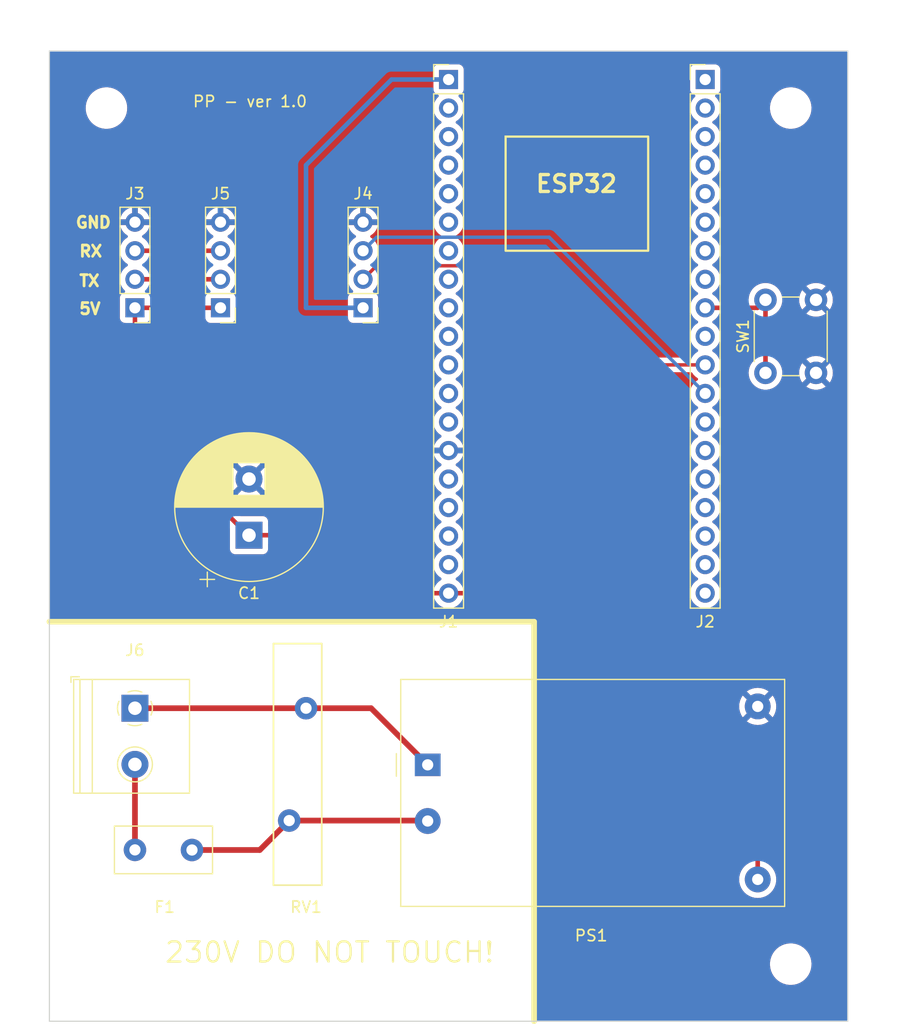
<source format=kicad_pcb>
(kicad_pcb (version 20221018) (generator pcbnew)
  (layers (0 "F.Cu" signal) (31 "B.Cu" signal) (34 "B.Paste" user) (35 "F.Paste" user) (36 "B.SilkS" user "B.Silkscreen") (37 "F.SilkS" user "F.Silkscreen") (38 "B.Mask" user) (39 "F.Mask" user) (44 "Edge.Cuts" user))
  (net 0 "")
  (net 1 "Net-(J1-Pin_1)")
  (net 14 "GND")
  (net 19 "+5V")
  (net 28 "Net-(J2-Pin_9)")
  (net 30 "Net-(J2-Pin_11)")
  (net 31 "Net-(J2-Pin_12)")
  (net 39 "Net-(J3-Pin_2)")
  (net 40 "Net-(J3-Pin_3)")
  (net 41 "Net-(J6-Pin_1)")
  (net 42 "Net-(J6-Pin_2)")
  (net 43 "Net-(PS1-AC{slash}N)")
  (footprint "TerminalBlock_Philmore:TerminalBlock_Philmore_TB132_1x02_P5.00mm_Horizontal" (layer "F.Cu") (at 99.06 129.62 -90)
    (fp_text reference "J6" (at -5.16 0 -180) (layer "F.SilkS"))
    (fp_text value "Screw_Terminal_01x02")
    (fp_line (start -2.8 4.96) (end -2.8 5.7) (stroke (width 0.12)) (layer "F.SilkS"))
    (fp_line (start -2.8 5.7) (end -2.3 5.7) (stroke (width 0.12)) (layer "F.SilkS"))
    (fp_line (start -2.56 -4.86) (end -2.56 5.46) (stroke (width 0.12)) (layer "F.SilkS"))
    (fp_line (start -2.56 -4.86) (end 7.56 -4.86) (stroke (width 0.12)) (layer "F.SilkS"))
    (fp_line (start -2.56 3.8) (end 7.56 3.8) (stroke (width 0.12)) (layer "F.SilkS"))
    (fp_line (start -2.56 4.9) (end 7.56 4.9) (stroke (width 0.12)) (layer "F.SilkS"))
    (fp_line (start -2.56 5.46) (end 7.56 5.46) (stroke (width 0.12)) (layer "F.SilkS"))
    (fp_line (start 7.56 -4.86) (end 7.56 5.46) (stroke (width 0.12)) (layer "F.SilkS"))
    (fp_arc (start -1.432109 0.607742) (mid -1.555727 -0.00014) (end -1.432 -0.608) (stroke (width 0.12)) (layer "F.SilkS"))
    (fp_arc (start -0.607742 -1.432109) (mid 0.00014 -1.555727) (end 0.608 -1.432) (stroke (width 0.12)) (layer "F.SilkS"))
    (fp_arc (start 0.027011 1.555493) (mid -0.296984 1.527118) (end -0.608 1.432) (stroke (width 0.12)) (layer "F.SilkS"))
    (fp_arc (start 0.607587 1.431385) (mid 0.310017 1.523783) (end 0 1.555) (stroke (width 0.12)) (layer "F.SilkS"))
    (fp_arc (start 1.432109 -0.607742) (mid 1.555727 0.00014) (end 1.432 0.608) (stroke (width 0.12)) (layer "F.SilkS"))
    (fp_circle (center 5 0) (end 6.555 0) (stroke (width 0.12)) (fill none) (layer "F.SilkS"))
    (pad "1" thru_hole rect (at 0 0 270) (size 2.4 2.4) (drill 1.2) (layers "*.Cu" "*.Mask") (net 41 "Net-(J6-Pin_1)"))
    (pad "2" thru_hole circle (at 5 0 270) (size 2.4 2.4) (drill 1.2) (layers "*.Cu" "*.Mask") (net 42 "Net-(J6-Pin_2)"))
  )
  (footprint "Varistor:RV_Disc_D21.5mm_W4.3mm_P10mm" (layer "F.Cu") (at 114.3 129.62 -90)
    (fp_text reference "RV1" (at 17.7 0 -180) (layer "F.SilkS"))
    (fp_text value "Varistor")
    (fp_line (start -5.75 -1.4) (end -5.75 2.9) (stroke (width 0.15)) (layer "F.SilkS"))
    (fp_line (start -5.75 -1.4) (end 15.75 -1.4) (stroke (width 0.15)) (layer "F.SilkS"))
    (fp_line (start -5.75 2.9) (end 15.75 2.9) (stroke (width 0.15)) (layer "F.SilkS"))
    (fp_line (start 15.75 -1.4) (end 15.75 2.9) (stroke (width 0.15)) (layer "F.SilkS"))
    (pad "1" thru_hole circle (at 0 0 270) (size 2 2) (drill 1) (layers "*.Cu" "*.Mask") (net 41 "Net-(J6-Pin_1)"))
    (pad "2" thru_hole circle (at 10 1.5 270) (size 2 2) (drill 1) (layers "*.Cu" "*.Mask") (net 43 "Net-(PS1-AC{slash}N)"))
  )
  (footprint "Connector_PinHeader_2.54mm:PinHeader_1x04_P2.54mm_Vertical" (layer "F.Cu") (at 119.38 93.98 180)
    (fp_text reference "J4" (at 0 10.16) (layer "F.SilkS"))
    (fp_text value "Conn_01x04")
    (fp_line (start -1.33 -1.33) (end 0 -1.33) (stroke (width 0.12)) (layer "F.SilkS"))
    (fp_line (start -1.33 0) (end -1.33 -1.33) (stroke (width 0.12)) (layer "F.SilkS"))
    (fp_line (start -1.33 1.27) (end -1.33 8.95) (stroke (width 0.12)) (layer "F.SilkS"))
    (fp_line (start -1.33 1.27) (end 1.33 1.27) (stroke (width 0.12)) (layer "F.SilkS"))
    (fp_line (start -1.33 8.95) (end 1.33 8.95) (stroke (width 0.12)) (layer "F.SilkS"))
    (fp_line (start 1.33 1.27) (end 1.33 8.95) (stroke (width 0.12)) (layer "F.SilkS"))
    (pad "1" thru_hole rect (at 0 0 180) (size 1.7 1.7) (drill 1) (layers "*.Cu" "*.Mask") (net 1 "Net-(J1-Pin_1)"))
    (pad "2" thru_hole oval (at 0 2.54 180) (size 1.7 1.7) (drill 1) (layers "*.Cu" "*.Mask") (net 30 "Net-(J2-Pin_11)"))
    (pad "3" thru_hole oval (at 0 5.08 180) (size 1.7 1.7) (drill 1) (layers "*.Cu" "*.Mask") (net 31 "Net-(J2-Pin_12)"))
    (pad "4" thru_hole oval (at 0 7.62 180) (size 1.7 1.7) (drill 1) (layers "*.Cu" "*.Mask") (net 14 "GND"))
  )
  (footprint "Connector_PinHeader_2.54mm:PinHeader_1x04_P2.54mm_Vertical" (layer "F.Cu") (at 106.68 93.98 180)
    (fp_text reference "J5" (at 0 10.16) (layer "F.SilkS"))
    (fp_text value "Conn_01x04")
    (fp_line (start -1.33 -1.33) (end 0 -1.33) (stroke (width 0.12)) (layer "F.SilkS"))
    (fp_line (start -1.33 0) (end -1.33 -1.33) (stroke (width 0.12)) (layer "F.SilkS"))
    (fp_line (start -1.33 1.27) (end -1.33 8.95) (stroke (width 0.12)) (layer "F.SilkS"))
    (fp_line (start -1.33 1.27) (end 1.33 1.27) (stroke (width 0.12)) (layer "F.SilkS"))
    (fp_line (start -1.33 8.95) (end 1.33 8.95) (stroke (width 0.12)) (layer "F.SilkS"))
    (fp_line (start 1.33 1.27) (end 1.33 8.95) (stroke (width 0.12)) (layer "F.SilkS"))
    (pad "1" thru_hole rect (at 0 0 180) (size 1.7 1.7) (drill 1) (layers "*.Cu" "*.Mask") (net 19 "+5V"))
    (pad "2" thru_hole oval (at 0 2.54 180) (size 1.7 1.7) (drill 1) (layers "*.Cu" "*.Mask") (net 39 "Net-(J3-Pin_2)"))
    (pad "3" thru_hole oval (at 0 5.08 180) (size 1.7 1.7) (drill 1) (layers "*.Cu" "*.Mask") (net 40 "Net-(J3-Pin_3)"))
    (pad "4" thru_hole oval (at 0 7.62 180) (size 1.7 1.7) (drill 1) (layers "*.Cu" "*.Mask") (net 14 "GND"))
  )
  (footprint "Connector_PinHeader_2.54mm:PinHeader_1x19_P2.54mm_Vertical" (layer "F.Cu") (at 149.86 73.66)
    (fp_text reference "J2" (at 0 48.26) (layer "F.SilkS"))
    (fp_text value "Conn_01x19")
    (fp_line (start -1.33 -1.33) (end 0 -1.33) (stroke (width 0.12)) (layer "F.SilkS"))
    (fp_line (start -1.33 0) (end -1.33 -1.33) (stroke (width 0.12)) (layer "F.SilkS"))
    (fp_line (start -1.33 1.27) (end -1.33 47.05) (stroke (width 0.12)) (layer "F.SilkS"))
    (fp_line (start -1.33 1.27) (end 1.33 1.27) (stroke (width 0.12)) (layer "F.SilkS"))
    (fp_line (start -1.33 47.05) (end 1.33 47.05) (stroke (width 0.12)) (layer "F.SilkS"))
    (fp_line (start 1.33 1.27) (end 1.33 47.05) (stroke (width 0.12)) (layer "F.SilkS"))
    (pad "1" thru_hole rect (at 0 0) (size 1.7 1.7) (drill 1) (layers "*.Cu" "*.Mask"))
    (pad "2" thru_hole oval (at 0 2.54) (size 1.7 1.7) (drill 1) (layers "*.Cu" "*.Mask"))
    (pad "3" thru_hole oval (at 0 5.08) (size 1.7 1.7) (drill 1) (layers "*.Cu" "*.Mask"))
    (pad "4" thru_hole oval (at 0 7.62) (size 1.7 1.7) (drill 1) (layers "*.Cu" "*.Mask"))
    (pad "5" thru_hole oval (at 0 10.16) (size 1.7 1.7) (drill 1) (layers "*.Cu" "*.Mask"))
    (pad "6" thru_hole oval (at 0 12.7) (size 1.7 1.7) (drill 1) (layers "*.Cu" "*.Mask"))
    (pad "7" thru_hole oval (at 0 15.24) (size 1.7 1.7) (drill 1) (layers "*.Cu" "*.Mask"))
    (pad "8" thru_hole oval (at 0 17.78) (size 1.7 1.7) (drill 1) (layers "*.Cu" "*.Mask"))
    (pad "9" thru_hole oval (at 0 20.32) (size 1.7 1.7) (drill 1) (layers "*.Cu" "*.Mask") (net 28 "Net-(J2-Pin_9)"))
    (pad "10" thru_hole oval (at 0 22.86) (size 1.7 1.7) (drill 1) (layers "*.Cu" "*.Mask"))
    (pad "11" thru_hole oval (at 0 25.4) (size 1.7 1.7) (drill 1) (layers "*.Cu" "*.Mask") (net 30 "Net-(J2-Pin_11)"))
    (pad "12" thru_hole oval (at 0 27.94) (size 1.7 1.7) (drill 1) (layers "*.Cu" "*.Mask") (net 31 "Net-(J2-Pin_12)"))
    (pad "13" thru_hole oval (at 0 30.48) (size 1.7 1.7) (drill 1) (layers "*.Cu" "*.Mask"))
    (pad "14" thru_hole oval (at 0 33.02) (size 1.7 1.7) (drill 1) (layers "*.Cu" "*.Mask"))
    (pad "15" thru_hole oval (at 0 35.56) (size 1.7 1.7) (drill 1) (layers "*.Cu" "*.Mask"))
    (pad "16" thru_hole oval (at 0 38.1) (size 1.7 1.7) (drill 1) (layers "*.Cu" "*.Mask"))
    (pad "17" thru_hole oval (at 0 40.64) (size 1.7 1.7) (drill 1) (layers "*.Cu" "*.Mask"))
    (pad "18" thru_hole oval (at 0 43.18) (size 1.7 1.7) (drill 1) (layers "*.Cu" "*.Mask"))
    (pad "19" thru_hole oval (at 0 45.72) (size 1.7 1.7) (drill 1) (layers "*.Cu" "*.Mask"))
  )
  (footprint "Connector_PinHeader_2.54mm:PinHeader_1x19_P2.54mm_Vertical" (layer "F.Cu") (at 127 73.66)
    (fp_text reference "J1" (at 0 48.26) (layer "F.SilkS"))
    (fp_text value "Conn_01x19")
    (fp_line (start -1.33 -1.33) (end 0 -1.33) (stroke (width 0.12)) (layer "F.SilkS"))
    (fp_line (start -1.33 0) (end -1.33 -1.33) (stroke (width 0.12)) (layer "F.SilkS"))
    (fp_line (start -1.33 1.27) (end -1.33 47.05) (stroke (width 0.12)) (layer "F.SilkS"))
    (fp_line (start -1.33 1.27) (end 1.33 1.27) (stroke (width 0.12)) (layer "F.SilkS"))
    (fp_line (start -1.33 47.05) (end 1.33 47.05) (stroke (width 0.12)) (layer "F.SilkS"))
    (fp_line (start 1.33 1.27) (end 1.33 47.05) (stroke (width 0.12)) (layer "F.SilkS"))
    (pad "1" thru_hole rect (at 0 0) (size 1.7 1.7) (drill 1) (layers "*.Cu" "*.Mask") (net 1 "Net-(J1-Pin_1)"))
    (pad "2" thru_hole oval (at 0 2.54) (size 1.7 1.7) (drill 1) (layers "*.Cu" "*.Mask"))
    (pad "3" thru_hole oval (at 0 5.08) (size 1.7 1.7) (drill 1) (layers "*.Cu" "*.Mask"))
    (pad "4" thru_hole oval (at 0 7.62) (size 1.7 1.7) (drill 1) (layers "*.Cu" "*.Mask"))
    (pad "5" thru_hole oval (at 0 10.16) (size 1.7 1.7) (drill 1) (layers "*.Cu" "*.Mask"))
    (pad "6" thru_hole oval (at 0 12.7) (size 1.7 1.7) (drill 1) (layers "*.Cu" "*.Mask"))
    (pad "7" thru_hole oval (at 0 15.24) (size 1.7 1.7) (drill 1) (layers "*.Cu" "*.Mask"))
    (pad "8" thru_hole oval (at 0 17.78) (size 1.7 1.7) (drill 1) (layers "*.Cu" "*.Mask"))
    (pad "9" thru_hole oval (at 0 20.32) (size 1.7 1.7) (drill 1) (layers "*.Cu" "*.Mask"))
    (pad "10" thru_hole oval (at 0 22.86) (size 1.7 1.7) (drill 1) (layers "*.Cu" "*.Mask"))
    (pad "11" thru_hole oval (at 0 25.4) (size 1.7 1.7) (drill 1) (layers "*.Cu" "*.Mask"))
    (pad "12" thru_hole oval (at 0 27.94) (size 1.7 1.7) (drill 1) (layers "*.Cu" "*.Mask"))
    (pad "13" thru_hole oval (at 0 30.48) (size 1.7 1.7) (drill 1) (layers "*.Cu" "*.Mask"))
    (pad "14" thru_hole oval (at 0 33.02) (size 1.7 1.7) (drill 1) (layers "*.Cu" "*.Mask") (net 14 "GND"))
    (pad "15" thru_hole oval (at 0 35.56) (size 1.7 1.7) (drill 1) (layers "*.Cu" "*.Mask"))
    (pad "16" thru_hole oval (at 0 38.1) (size 1.7 1.7) (drill 1) (layers "*.Cu" "*.Mask"))
    (pad "17" thru_hole oval (at 0 40.64) (size 1.7 1.7) (drill 1) (layers "*.Cu" "*.Mask"))
    (pad "18" thru_hole oval (at 0 43.18) (size 1.7 1.7) (drill 1) (layers "*.Cu" "*.Mask"))
    (pad "19" thru_hole oval (at 0 45.72) (size 1.7 1.7) (drill 1) (layers "*.Cu" "*.Mask") (net 19 "+5V"))
  )
  (footprint "MountingHole:MountingHole_3.2mm_M3" (layer "F.Cu") (at 96.52 76.2)
    (fp_text reference "REF**" hide)
    (fp_text value "MountingHole_3.2mm_M3")
    (pad "" np_thru_hole circle (at 0 0) (size 3.2 3.2) (drill 3.2) (layers "*.Cu" "*.Mask"))
  )
  (footprint "Capacitor_THT:CP_Radial_D13.0mm_P5.00mm" (layer "F.Cu") (at 109.22 114.22 90)
    (fp_text reference "C1" (at -5.16 0 180) (layer "F.SilkS"))
    (fp_text value "C_Polarized")
    (fp_line (start -4.584569 -3.715) (end -3.284569 -3.715) (stroke (width 0.12)) (layer "F.SilkS"))
    (fp_line (start -3.934569 -4.365) (end -3.934569 -3.065) (stroke (width 0.12)) (layer "F.SilkS"))
    (fp_line (start 2.5 -6.58) (end 2.5 6.58) (stroke (width 0.12)) (layer "F.SilkS"))
    (fp_line (start 2.54 -6.58) (end 2.54 6.58) (stroke (width 0.12)) (layer "F.SilkS"))
    (fp_line (start 2.58 -6.58) (end 2.58 6.58) (stroke (width 0.12)) (layer "F.SilkS"))
    (fp_line (start 2.62 -6.579) (end 2.62 6.579) (stroke (width 0.12)) (layer "F.SilkS"))
    (fp_line (start 2.66 -6.579) (end 2.66 6.579) (stroke (width 0.12)) (layer "F.SilkS"))
    (fp_line (start 2.7 -6.577) (end 2.7 6.577) (stroke (width 0.12)) (layer "F.SilkS"))
    (fp_line (start 2.74 -6.576) (end 2.74 6.576) (stroke (width 0.12)) (layer "F.SilkS"))
    (fp_line (start 2.78 -6.575) (end 2.78 6.575) (stroke (width 0.12)) (layer "F.SilkS"))
    (fp_line (start 2.82 -6.573) (end 2.82 6.573) (stroke (width 0.12)) (layer "F.SilkS"))
    (fp_line (start 2.86 -6.571) (end 2.86 6.571) (stroke (width 0.12)) (layer "F.SilkS"))
    (fp_line (start 2.9 -6.568) (end 2.9 6.568) (stroke (width 0.12)) (layer "F.SilkS"))
    (fp_line (start 2.94 -6.566) (end 2.94 6.566) (stroke (width 0.12)) (layer "F.SilkS"))
    (fp_line (start 2.98 -6.563) (end 2.98 6.563) (stroke (width 0.12)) (layer "F.SilkS"))
    (fp_line (start 3.02 -6.56) (end 3.02 6.56) (stroke (width 0.12)) (layer "F.SilkS"))
    (fp_line (start 3.06 -6.557) (end 3.06 6.557) (stroke (width 0.12)) (layer "F.SilkS"))
    (fp_line (start 3.1 -6.553) (end 3.1 6.553) (stroke (width 0.12)) (layer "F.SilkS"))
    (fp_line (start 3.14 -6.549) (end 3.14 6.549) (stroke (width 0.12)) (layer "F.SilkS"))
    (fp_line (start 3.18 -6.545) (end 3.18 6.545) (stroke (width 0.12)) (layer "F.SilkS"))
    (fp_line (start 3.221 -6.541) (end 3.221 6.541) (stroke (width 0.12)) (layer "F.SilkS"))
    (fp_line (start 3.261 -6.537) (end 3.261 6.537) (stroke (width 0.12)) (layer "F.SilkS"))
    (fp_line (start 3.301 -6.532) (end 3.301 6.532) (stroke (width 0.12)) (layer "F.SilkS"))
    (fp_line (start 3.341 -6.527) (end 3.341 6.527) (stroke (width 0.12)) (layer "F.SilkS"))
    (fp_line (start 3.381 -6.522) (end 3.381 6.522) (stroke (width 0.12)) (layer "F.SilkS"))
    (fp_line (start 3.421 -6.516) (end 3.421 6.516) (stroke (width 0.12)) (layer "F.SilkS"))
    (fp_line (start 3.461 -6.511) (end 3.461 6.511) (stroke (width 0.12)) (layer "F.SilkS"))
    (fp_line (start 3.501 -6.505) (end 3.501 6.505) (stroke (width 0.12)) (layer "F.SilkS"))
    (fp_line (start 3.541 -6.498) (end 3.541 6.498) (stroke (width 0.12)) (layer "F.SilkS"))
    (fp_line (start 3.581 -6.492) (end 3.581 -1.44) (stroke (width 0.12)) (layer "F.SilkS"))
    (fp_line (start 3.581 1.44) (end 3.581 6.492) (stroke (width 0.12)) (layer "F.SilkS"))
    (fp_line (start 3.621 -6.485) (end 3.621 -1.44) (stroke (width 0.12)) (layer "F.SilkS"))
    (fp_line (start 3.621 1.44) (end 3.621 6.485) (stroke (width 0.12)) (layer "F.SilkS"))
    (fp_line (start 3.661 -6.478) (end 3.661 -1.44) (stroke (width 0.12)) (layer "F.SilkS"))
    (fp_line (start 3.661 1.44) (end 3.661 6.478) (stroke (width 0.12)) (layer "F.SilkS"))
    (fp_line (start 3.701 -6.471) (end 3.701 -1.44) (stroke (width 0.12)) (layer "F.SilkS"))
    (fp_line (start 3.701 1.44) (end 3.701 6.471) (stroke (width 0.12)) (layer "F.SilkS"))
    (fp_line (start 3.741 -6.463) (end 3.741 -1.44) (stroke (width 0.12)) (layer "F.SilkS"))
    (fp_line (start 3.741 1.44) (end 3.741 6.463) (stroke (width 0.12)) (layer "F.SilkS"))
    (fp_line (start 3.781 -6.456) (end 3.781 -1.44) (stroke (width 0.12)) (layer "F.SilkS"))
    (fp_line (start 3.781 1.44) (end 3.781 6.456) (stroke (width 0.12)) (layer "F.SilkS"))
    (fp_line (start 3.821 -6.448) (end 3.821 -1.44) (stroke (width 0.12)) (layer "F.SilkS"))
    (fp_line (start 3.821 1.44) (end 3.821 6.448) (stroke (width 0.12)) (layer "F.SilkS"))
    (fp_line (start 3.861 -6.439) (end 3.861 -1.44) (stroke (width 0.12)) (layer "F.SilkS"))
    (fp_line (start 3.861 1.44) (end 3.861 6.439) (stroke (width 0.12)) (layer "F.SilkS"))
    (fp_line (start 3.901 -6.431) (end 3.901 -1.44) (stroke (width 0.12)) (layer "F.SilkS"))
    (fp_line (start 3.901 1.44) (end 3.901 6.431) (stroke (width 0.12)) (layer "F.SilkS"))
    (fp_line (start 3.941 -6.422) (end 3.941 -1.44) (stroke (width 0.12)) (layer "F.SilkS"))
    (fp_line (start 3.941 1.44) (end 3.941 6.422) (stroke (width 0.12)) (layer "F.SilkS"))
    (fp_line (start 3.981 -6.413) (end 3.981 -1.44) (stroke (width 0.12)) (layer "F.SilkS"))
    (fp_line (start 3.981 1.44) (end 3.981 6.413) (stroke (width 0.12)) (layer "F.SilkS"))
    (fp_line (start 4.021 -6.404) (end 4.021 -1.44) (stroke (width 0.12)) (layer "F.SilkS"))
    (fp_line (start 4.021 1.44) (end 4.021 6.404) (stroke (width 0.12)) (layer "F.SilkS"))
    (fp_line (start 4.061 -6.394) (end 4.061 -1.44) (stroke (width 0.12)) (layer "F.SilkS"))
    (fp_line (start 4.061 1.44) (end 4.061 6.394) (stroke (width 0.12)) (layer "F.SilkS"))
    (fp_line (start 4.101 -6.384) (end 4.101 -1.44) (stroke (width 0.12)) (layer "F.SilkS"))
    (fp_line (start 4.101 1.44) (end 4.101 6.384) (stroke (width 0.12)) (layer "F.SilkS"))
    (fp_line (start 4.141 -6.374) (end 4.141 -1.44) (stroke (width 0.12)) (layer "F.SilkS"))
    (fp_line (start 4.141 1.44) (end 4.141 6.374) (stroke (width 0.12)) (layer "F.SilkS"))
    (fp_line (start 4.181 -6.364) (end 4.181 -1.44) (stroke (width 0.12)) (layer "F.SilkS"))
    (fp_line (start 4.181 1.44) (end 4.181 6.364) (stroke (width 0.12)) (layer "F.SilkS"))
    (fp_line (start 4.221 -6.353) (end 4.221 -1.44) (stroke (width 0.12)) (layer "F.SilkS"))
    (fp_line (start 4.221 1.44) (end 4.221 6.353) (stroke (width 0.12)) (layer "F.SilkS"))
    (fp_line (start 4.261 -6.342) (end 4.261 -1.44) (stroke (width 0.12)) (layer "F.SilkS"))
    (fp_line (start 4.261 1.44) (end 4.261 6.342) (stroke (width 0.12)) (layer "F.SilkS"))
    (fp_line (start 4.301 -6.331) (end 4.301 -1.44) (stroke (width 0.12)) (layer "F.SilkS"))
    (fp_line (start 4.301 1.44) (end 4.301 6.331) (stroke (width 0.12)) (layer "F.SilkS"))
    (fp_line (start 4.341 -6.32) (end 4.341 -1.44) (stroke (width 0.12)) (layer "F.SilkS"))
    (fp_line (start 4.341 1.44) (end 4.341 6.32) (stroke (width 0.12)) (layer "F.SilkS"))
    (fp_line (start 4.381 -6.308) (end 4.381 -1.44) (stroke (width 0.12)) (layer "F.SilkS"))
    (fp_line (start 4.381 1.44) (end 4.381 6.308) (stroke (width 0.12)) (layer "F.SilkS"))
    (fp_line (start 4.421 -6.296) (end 4.421 -1.44) (stroke (width 0.12)) (layer "F.SilkS"))
    (fp_line (start 4.421 1.44) (end 4.421 6.296) (stroke (width 0.12)) (layer "F.SilkS"))
    (fp_line (start 4.461 -6.284) (end 4.461 -1.44) (stroke (width 0.12)) (layer "F.SilkS"))
    (fp_line (start 4.461 1.44) (end 4.461 6.284) (stroke (width 0.12)) (layer "F.SilkS"))
    (fp_line (start 4.501 -6.271) (end 4.501 -1.44) (stroke (width 0.12)) (layer "F.SilkS"))
    (fp_line (start 4.501 1.44) (end 4.501 6.271) (stroke (width 0.12)) (layer "F.SilkS"))
    (fp_line (start 4.541 -6.258) (end 4.541 -1.44) (stroke (width 0.12)) (layer "F.SilkS"))
    (fp_line (start 4.541 1.44) (end 4.541 6.258) (stroke (width 0.12)) (layer "F.SilkS"))
    (fp_line (start 4.581 -6.245) (end 4.581 -1.44) (stroke (width 0.12)) (layer "F.SilkS"))
    (fp_line (start 4.581 1.44) (end 4.581 6.245) (stroke (width 0.12)) (layer "F.SilkS"))
    (fp_line (start 4.621 -6.232) (end 4.621 -1.44) (stroke (width 0.12)) (layer "F.SilkS"))
    (fp_line (start 4.621 1.44) (end 4.621 6.232) (stroke (width 0.12)) (layer "F.SilkS"))
    (fp_line (start 4.661 -6.218) (end 4.661 -1.44) (stroke (width 0.12)) (layer "F.SilkS"))
    (fp_line (start 4.661 1.44) (end 4.661 6.218) (stroke (width 0.12)) (layer "F.SilkS"))
    (fp_line (start 4.701 -6.204) (end 4.701 -1.44) (stroke (width 0.12)) (layer "F.SilkS"))
    (fp_line (start 4.701 1.44) (end 4.701 6.204) (stroke (width 0.12)) (layer "F.SilkS"))
    (fp_line (start 4.741 -6.19) (end 4.741 -1.44) (stroke (width 0.12)) (layer "F.SilkS"))
    (fp_line (start 4.741 1.44) (end 4.741 6.19) (stroke (width 0.12)) (layer "F.SilkS"))
    (fp_line (start 4.781 -6.175) (end 4.781 -1.44) (stroke (width 0.12)) (layer "F.SilkS"))
    (fp_line (start 4.781 1.44) (end 4.781 6.175) (stroke (width 0.12)) (layer "F.SilkS"))
    (fp_line (start 4.821 -6.161) (end 4.821 -1.44) (stroke (width 0.12)) (layer "F.SilkS"))
    (fp_line (start 4.821 1.44) (end 4.821 6.161) (stroke (width 0.12)) (layer "F.SilkS"))
    (fp_line (start 4.861 -6.146) (end 4.861 -1.44) (stroke (width 0.12)) (layer "F.SilkS"))
    (fp_line (start 4.861 1.44) (end 4.861 6.146) (stroke (width 0.12)) (layer "F.SilkS"))
    (fp_line (start 4.901 -6.13) (end 4.901 -1.44) (stroke (width 0.12)) (layer "F.SilkS"))
    (fp_line (start 4.901 1.44) (end 4.901 6.13) (stroke (width 0.12)) (layer "F.SilkS"))
    (fp_line (start 4.941 -6.114) (end 4.941 -1.44) (stroke (width 0.12)) (layer "F.SilkS"))
    (fp_line (start 4.941 1.44) (end 4.941 6.114) (stroke (width 0.12)) (layer "F.SilkS"))
    (fp_line (start 4.981 -6.098) (end 4.981 -1.44) (stroke (width 0.12)) (layer "F.SilkS"))
    (fp_line (start 4.981 1.44) (end 4.981 6.098) (stroke (width 0.12)) (layer "F.SilkS"))
    (fp_line (start 5.021 -6.082) (end 5.021 -1.44) (stroke (width 0.12)) (layer "F.SilkS"))
    (fp_line (start 5.021 1.44) (end 5.021 6.082) (stroke (width 0.12)) (layer "F.SilkS"))
    (fp_line (start 5.061 -6.065) (end 5.061 -1.44) (stroke (width 0.12)) (layer "F.SilkS"))
    (fp_line (start 5.061 1.44) (end 5.061 6.065) (stroke (width 0.12)) (layer "F.SilkS"))
    (fp_line (start 5.101 -6.049) (end 5.101 -1.44) (stroke (width 0.12)) (layer "F.SilkS"))
    (fp_line (start 5.101 1.44) (end 5.101 6.049) (stroke (width 0.12)) (layer "F.SilkS"))
    (fp_line (start 5.141 -6.031) (end 5.141 -1.44) (stroke (width 0.12)) (layer "F.SilkS"))
    (fp_line (start 5.141 1.44) (end 5.141 6.031) (stroke (width 0.12)) (layer "F.SilkS"))
    (fp_line (start 5.181 -6.014) (end 5.181 -1.44) (stroke (width 0.12)) (layer "F.SilkS"))
    (fp_line (start 5.181 1.44) (end 5.181 6.014) (stroke (width 0.12)) (layer "F.SilkS"))
    (fp_line (start 5.221 -5.996) (end 5.221 -1.44) (stroke (width 0.12)) (layer "F.SilkS"))
    (fp_line (start 5.221 1.44) (end 5.221 5.996) (stroke (width 0.12)) (layer "F.SilkS"))
    (fp_line (start 5.261 -5.978) (end 5.261 -1.44) (stroke (width 0.12)) (layer "F.SilkS"))
    (fp_line (start 5.261 1.44) (end 5.261 5.978) (stroke (width 0.12)) (layer "F.SilkS"))
    (fp_line (start 5.301 -5.959) (end 5.301 -1.44) (stroke (width 0.12)) (layer "F.SilkS"))
    (fp_line (start 5.301 1.44) (end 5.301 5.959) (stroke (width 0.12)) (layer "F.SilkS"))
    (fp_line (start 5.341 -5.94) (end 5.341 -1.44) (stroke (width 0.12)) (layer "F.SilkS"))
    (fp_line (start 5.341 1.44) (end 5.341 5.94) (stroke (width 0.12)) (layer "F.SilkS"))
    (fp_line (start 5.381 -5.921) (end 5.381 -1.44) (stroke (width 0.12)) (layer "F.SilkS"))
    (fp_line (start 5.381 1.44) (end 5.381 5.921) (stroke (width 0.12)) (layer "F.SilkS"))
    (fp_line (start 5.421 -5.902) (end 5.421 -1.44) (stroke (width 0.12)) (layer "F.SilkS"))
    (fp_line (start 5.421 1.44) (end 5.421 5.902) (stroke (width 0.12)) (layer "F.SilkS"))
    (fp_line (start 5.461 -5.882) (end 5.461 -1.44) (stroke (width 0.12)) (layer "F.SilkS"))
    (fp_line (start 5.461 1.44) (end 5.461 5.882) (stroke (width 0.12)) (layer "F.SilkS"))
    (fp_line (start 5.501 -5.862) (end 5.501 -1.44) (stroke (width 0.12)) (layer "F.SilkS"))
    (fp_line (start 5.501 1.44) (end 5.501 5.862) (stroke (width 0.12)) (layer "F.SilkS"))
    (fp_line (start 5.541 -5.841) (end 5.541 -1.44) (stroke (width 0.12)) (layer "F.SilkS"))
    (fp_line (start 5.541 1.44) (end 5.541 5.841) (stroke (width 0.12)) (layer "F.SilkS"))
    (fp_line (start 5.581 -5.82) (end 5.581 -1.44) (stroke (width 0.12)) (layer "F.SilkS"))
    (fp_line (start 5.581 1.44) (end 5.581 5.82) (stroke (width 0.12)) (layer "F.SilkS"))
    (fp_line (start 5.621 -5.799) (end 5.621 -1.44) (stroke (width 0.12)) (layer "F.SilkS"))
    (fp_line (start 5.621 1.44) (end 5.621 5.799) (stroke (width 0.12)) (layer "F.SilkS"))
    (fp_line (start 5.661 -5.778) (end 5.661 -1.44) (stroke (width 0.12)) (layer "F.SilkS"))
    (fp_line (start 5.661 1.44) (end 5.661 5.778) (stroke (width 0.12)) (layer "F.SilkS"))
    (fp_line (start 5.701 -5.756) (end 5.701 -1.44) (stroke (width 0.12)) (layer "F.SilkS"))
    (fp_line (start 5.701 1.44) (end 5.701 5.756) (stroke (width 0.12)) (layer "F.SilkS"))
    (fp_line (start 5.741 -5.733) (end 5.741 -1.44) (stroke (width 0.12)) (layer "F.SilkS"))
    (fp_line (start 5.741 1.44) (end 5.741 5.733) (stroke (width 0.12)) (layer "F.SilkS"))
    (fp_line (start 5.781 -5.711) (end 5.781 -1.44) (stroke (width 0.12)) (layer "F.SilkS"))
    (fp_line (start 5.781 1.44) (end 5.781 5.711) (stroke (width 0.12)) (layer "F.SilkS"))
    (fp_line (start 5.821 -5.688) (end 5.821 -1.44) (stroke (width 0.12)) (layer "F.SilkS"))
    (fp_line (start 5.821 1.44) (end 5.821 5.688) (stroke (width 0.12)) (layer "F.SilkS"))
    (fp_line (start 5.861 -5.664) (end 5.861 -1.44) (stroke (width 0.12)) (layer "F.SilkS"))
    (fp_line (start 5.861 1.44) (end 5.861 5.664) (stroke (width 0.12)) (layer "F.SilkS"))
    (fp_line (start 5.901 -5.641) (end 5.901 -1.44) (stroke (width 0.12)) (layer "F.SilkS"))
    (fp_line (start 5.901 1.44) (end 5.901 5.641) (stroke (width 0.12)) (layer "F.SilkS"))
    (fp_line (start 5.941 -5.617) (end 5.941 -1.44) (stroke (width 0.12)) (layer "F.SilkS"))
    (fp_line (start 5.941 1.44) (end 5.941 5.617) (stroke (width 0.12)) (layer "F.SilkS"))
    (fp_line (start 5.981 -5.592) (end 5.981 -1.44) (stroke (width 0.12)) (layer "F.SilkS"))
    (fp_line (start 5.981 1.44) (end 5.981 5.592) (stroke (width 0.12)) (layer "F.SilkS"))
    (fp_line (start 6.021 -5.567) (end 6.021 -1.44) (stroke (width 0.12)) (layer "F.SilkS"))
    (fp_line (start 6.021 1.44) (end 6.021 5.567) (stroke (width 0.12)) (layer "F.SilkS"))
    (fp_line (start 6.061 -5.542) (end 6.061 -1.44) (stroke (width 0.12)) (layer "F.SilkS"))
    (fp_line (start 6.061 1.44) (end 6.061 5.542) (stroke (width 0.12)) (layer "F.SilkS"))
    (fp_line (start 6.101 -5.516) (end 6.101 -1.44) (stroke (width 0.12)) (layer "F.SilkS"))
    (fp_line (start 6.101 1.44) (end 6.101 5.516) (stroke (width 0.12)) (layer "F.SilkS"))
    (fp_line (start 6.141 -5.49) (end 6.141 -1.44) (stroke (width 0.12)) (layer "F.SilkS"))
    (fp_line (start 6.141 1.44) (end 6.141 5.49) (stroke (width 0.12)) (layer "F.SilkS"))
    (fp_line (start 6.181 -5.463) (end 6.181 -1.44) (stroke (width 0.12)) (layer "F.SilkS"))
    (fp_line (start 6.181 1.44) (end 6.181 5.463) (stroke (width 0.12)) (layer "F.SilkS"))
    (fp_line (start 6.221 -5.436) (end 6.221 -1.44) (stroke (width 0.12)) (layer "F.SilkS"))
    (fp_line (start 6.221 1.44) (end 6.221 5.436) (stroke (width 0.12)) (layer "F.SilkS"))
    (fp_line (start 6.261 -5.409) (end 6.261 -1.44) (stroke (width 0.12)) (layer "F.SilkS"))
    (fp_line (start 6.261 1.44) (end 6.261 5.409) (stroke (width 0.12)) (layer "F.SilkS"))
    (fp_line (start 6.301 -5.381) (end 6.301 -1.44) (stroke (width 0.12)) (layer "F.SilkS"))
    (fp_line (start 6.301 1.44) (end 6.301 5.381) (stroke (width 0.12)) (layer "F.SilkS"))
    (fp_line (start 6.341 -5.353) (end 6.341 -1.44) (stroke (width 0.12)) (layer "F.SilkS"))
    (fp_line (start 6.341 1.44) (end 6.341 5.353) (stroke (width 0.12)) (layer "F.SilkS"))
    (fp_line (start 6.381 -5.324) (end 6.381 -1.44) (stroke (width 0.12)) (layer "F.SilkS"))
    (fp_line (start 6.381 1.44) (end 6.381 5.324) (stroke (width 0.12)) (layer "F.SilkS"))
    (fp_line (start 6.421 -5.295) (end 6.421 -1.44) (stroke (width 0.12)) (layer "F.SilkS"))
    (fp_line (start 6.421 1.44) (end 6.421 5.295) (stroke (width 0.12)) (layer "F.SilkS"))
    (fp_line (start 6.461 -5.265) (end 6.461 5.265) (stroke (width 0.12)) (layer "F.SilkS"))
    (fp_line (start 6.501 -5.235) (end 6.501 5.235) (stroke (width 0.12)) (layer "F.SilkS"))
    (fp_line (start 6.541 -5.205) (end 6.541 5.205) (stroke (width 0.12)) (layer "F.SilkS"))
    (fp_line (start 6.581 -5.174) (end 6.581 5.174) (stroke (width 0.12)) (layer "F.SilkS"))
    (fp_line (start 6.621 -5.142) (end 6.621 5.142) (stroke (width 0.12)) (layer "F.SilkS"))
    (fp_line (start 6.661 -5.11) (end 6.661 5.11) (stroke (width 0.12)) (layer "F.SilkS"))
    (fp_line (start 6.701 -5.078) (end 6.701 5.078) (stroke (width 0.12)) (layer "F.SilkS"))
    (fp_line (start 6.741 -5.044) (end 6.741 5.044) (stroke (width 0.12)) (layer "F.SilkS"))
    (fp_line (start 6.781 -5.011) (end 6.781 5.011) (stroke (width 0.12)) (layer "F.SilkS"))
    (fp_line (start 6.821 -4.977) (end 6.821 4.977) (stroke (width 0.12)) (layer "F.SilkS"))
    (fp_line (start 6.861 -4.942) (end 6.861 4.942) (stroke (width 0.12)) (layer "F.SilkS"))
    (fp_line (start 6.901 -4.907) (end 6.901 4.907) (stroke (width 0.12)) (layer "F.SilkS"))
    (fp_line (start 6.941 -4.871) (end 6.941 4.871) (stroke (width 0.12)) (layer "F.SilkS"))
    (fp_line (start 6.981 -4.834) (end 6.981 4.834) (stroke (width 0.12)) (layer "F.SilkS"))
    (fp_line (start 7.021 -4.797) (end 7.021 4.797) (stroke (width 0.12)) (layer "F.SilkS"))
    (fp_line (start 7.061 -4.76) (end 7.061 4.76) (stroke (width 0.12)) (layer "F.SilkS"))
    (fp_line (start 7.101 -4.721) (end 7.101 4.721) (stroke (width 0.12)) (layer "F.SilkS"))
    (fp_line (start 7.141 -4.682) (end 7.141 4.682) (stroke (width 0.12)) (layer "F.SilkS"))
    (fp_line (start 7.181 -4.643) (end 7.181 4.643) (stroke (width 0.12)) (layer "F.SilkS"))
    (fp_line (start 7.221 -4.602) (end 7.221 4.602) (stroke (width 0.12)) (layer "F.SilkS"))
    (fp_line (start 7.261 -4.561) (end 7.261 4.561) (stroke (width 0.12)) (layer "F.SilkS"))
    (fp_line (start 7.301 -4.519) (end 7.301 4.519) (stroke (width 0.12)) (layer "F.SilkS"))
    (fp_line (start 7.341 -4.477) (end 7.341 4.477) (stroke (width 0.12)) (layer "F.SilkS"))
    (fp_line (start 7.381 -4.434) (end 7.381 4.434) (stroke (width 0.12)) (layer "F.SilkS"))
    (fp_line (start 7.421 -4.39) (end 7.421 4.39) (stroke (width 0.12)) (layer "F.SilkS"))
    (fp_line (start 7.461 -4.345) (end 7.461 4.345) (stroke (width 0.12)) (layer "F.SilkS"))
    (fp_line (start 7.501 -4.299) (end 7.501 4.299) (stroke (width 0.12)) (layer "F.SilkS"))
    (fp_line (start 7.541 -4.253) (end 7.541 4.253) (stroke (width 0.12)) (layer "F.SilkS"))
    (fp_line (start 7.581 -4.205) (end 7.581 4.205) (stroke (width 0.12)) (layer "F.SilkS"))
    (fp_line (start 7.621 -4.157) (end 7.621 4.157) (stroke (width 0.12)) (layer "F.SilkS"))
    (fp_line (start 7.661 -4.108) (end 7.661 4.108) (stroke (width 0.12)) (layer "F.SilkS"))
    (fp_line (start 7.701 -4.057) (end 7.701 4.057) (stroke (width 0.12)) (layer "F.SilkS"))
    (fp_line (start 7.741 -4.006) (end 7.741 4.006) (stroke (width 0.12)) (layer "F.SilkS"))
    (fp_line (start 7.781 -3.954) (end 7.781 3.954) (stroke (width 0.12)) (layer "F.SilkS"))
    (fp_line (start 7.821 -3.9) (end 7.821 3.9) (stroke (width 0.12)) (layer "F.SilkS"))
    (fp_line (start 7.861 -3.846) (end 7.861 3.846) (stroke (width 0.12)) (layer "F.SilkS"))
    (fp_line (start 7.901 -3.79) (end 7.901 3.79) (stroke (width 0.12)) (layer "F.SilkS"))
    (fp_line (start 7.941 -3.733) (end 7.941 3.733) (stroke (width 0.12)) (layer "F.SilkS"))
    (fp_line (start 7.981 -3.675) (end 7.981 3.675) (stroke (width 0.12)) (layer "F.SilkS"))
    (fp_line (start 8.021 -3.615) (end 8.021 3.615) (stroke (width 0.12)) (layer "F.SilkS"))
    (fp_line (start 8.061 -3.554) (end 8.061 3.554) (stroke (width 0.12)) (layer "F.SilkS"))
    (fp_line (start 8.101 -3.491) (end 8.101 3.491) (stroke (width 0.12)) (layer "F.SilkS"))
    (fp_line (start 8.141 -3.427) (end 8.141 3.427) (stroke (width 0.12)) (layer "F.SilkS"))
    (fp_line (start 8.181 -3.361) (end 8.181 3.361) (stroke (width 0.12)) (layer "F.SilkS"))
    (fp_line (start 8.221 -3.293) (end 8.221 3.293) (stroke (width 0.12)) (layer "F.SilkS"))
    (fp_line (start 8.261 -3.223) (end 8.261 3.223) (stroke (width 0.12)) (layer "F.SilkS"))
    (fp_line (start 8.301 -3.152) (end 8.301 3.152) (stroke (width 0.12)) (layer "F.SilkS"))
    (fp_line (start 8.341 -3.078) (end 8.341 3.078) (stroke (width 0.12)) (layer "F.SilkS"))
    (fp_line (start 8.381 -3.002) (end 8.381 3.002) (stroke (width 0.12)) (layer "F.SilkS"))
    (fp_line (start 8.421 -2.923) (end 8.421 2.923) (stroke (width 0.12)) (layer "F.SilkS"))
    (fp_line (start 8.461 -2.842) (end 8.461 2.842) (stroke (width 0.12)) (layer "F.SilkS"))
    (fp_line (start 8.501 -2.758) (end 8.501 2.758) (stroke (width 0.12)) (layer "F.SilkS"))
    (fp_line (start 8.541 -2.67) (end 8.541 2.67) (stroke (width 0.12)) (layer "F.SilkS"))
    (fp_line (start 8.581 -2.579) (end 8.581 2.579) (stroke (width 0.12)) (layer "F.SilkS"))
    (fp_line (start 8.621 -2.484) (end 8.621 2.484) (stroke (width 0.12)) (layer "F.SilkS"))
    (fp_line (start 8.661 -2.385) (end 8.661 2.385) (stroke (width 0.12)) (layer "F.SilkS"))
    (fp_line (start 8.701 -2.281) (end 8.701 2.281) (stroke (width 0.12)) (layer "F.SilkS"))
    (fp_line (start 8.741 -2.171) (end 8.741 2.171) (stroke (width 0.12)) (layer "F.SilkS"))
    (fp_line (start 8.781 -2.055) (end 8.781 2.055) (stroke (width 0.12)) (layer "F.SilkS"))
    (fp_line (start 8.821 -1.931) (end 8.821 1.931) (stroke (width 0.12)) (layer "F.SilkS"))
    (fp_line (start 8.861 -1.798) (end 8.861 1.798) (stroke (width 0.12)) (layer "F.SilkS"))
    (fp_line (start 8.901 -1.653) (end 8.901 1.653) (stroke (width 0.12)) (layer "F.SilkS"))
    (fp_line (start 8.941 -1.494) (end 8.941 1.494) (stroke (width 0.12)) (layer "F.SilkS"))
    (fp_line (start 8.981 -1.315) (end 8.981 1.315) (stroke (width 0.12)) (layer "F.SilkS"))
    (fp_line (start 9.021 -1.107) (end 9.021 1.107) (stroke (width 0.12)) (layer "F.SilkS"))
    (fp_line (start 9.061 -0.85) (end 9.061 0.85) (stroke (width 0.12)) (layer "F.SilkS"))
    (fp_line (start 9.101 -0.475) (end 9.101 0.475) (stroke (width 0.12)) (layer "F.SilkS"))
    (fp_circle (center 2.5 0) (end 9.12 0) (stroke (width 0.12)) (fill none) (layer "F.SilkS"))
    (pad "1" thru_hole rect (at 0 0 90) (size 2.4 2.4) (drill 1.2) (layers "*.Cu" "*.Mask") (net 19 "+5V"))
    (pad "2" thru_hole circle (at 5 0 90) (size 2.4 2.4) (drill 1.2) (layers "*.Cu" "*.Mask") (net 14 "GND"))
  )
  (footprint "Fuse:Fuse_Littelfuse_395Series" (layer "F.Cu") (at 99.06 142.23)
    (fp_text reference "F1" (at 2.65 5.09) (layer "F.SilkS"))
    (fp_text value "Fuse")
    (fp_line (start -1.83 -2.12) (end -1.83 2.12) (stroke (width 0.12)) (layer "F.SilkS"))
    (fp_line (start -1.83 -2.12) (end 6.91 -2.12) (stroke (width 0.12)) (layer "F.SilkS"))
    (fp_line (start 6.91 2.12) (end -1.83 2.12) (stroke (width 0.12)) (layer "F.SilkS"))
    (fp_line (start 6.91 2.12) (end 6.91 -2.12) (stroke (width 0.12)) (layer "F.SilkS"))
    (pad "1" thru_hole circle (at 0 0) (size 2 2) (drill 1) (layers "*.Cu" "*.Mask") (net 42 "Net-(J6-Pin_2)"))
    (pad "2" thru_hole circle (at 5.08 0.01) (size 2 2) (drill 1) (layers "*.Cu" "*.Mask") (net 43 "Net-(PS1-AC{slash}N)"))
  )
  (footprint "MountingHole:MountingHole_3.2mm_M3" (layer "F.Cu") (at 157.48 152.4)
    (fp_text reference "REF**" hide)
    (fp_text value "MountingHole_3.2mm_M3")
    (pad "" np_thru_hole circle (at 0 0) (size 3.2 3.2) (drill 3.2) (layers "*.Cu" "*.Mask"))
  )
  (footprint "MountingHole:MountingHole_3.2mm_M3" (layer "F.Cu") (at 157.48 76.2)
    (fp_text reference "REF**" hide)
    (fp_text value "MountingHole_3.2mm_M3")
    (pad "" np_thru_hole circle (at 0 0) (size 3.2 3.2) (drill 3.2) (layers "*.Cu" "*.Mask"))
  )
  (footprint "Connector_PinHeader_2.54mm:PinHeader_1x04_P2.54mm_Vertical" (layer "F.Cu") (at 99.06 93.98 180)
    (fp_text reference "J3" (at 0 10.16) (layer "F.SilkS"))
    (fp_text value "Conn_01x04")
    (fp_line (start -1.33 -1.33) (end 0 -1.33) (stroke (width 0.12)) (layer "F.SilkS"))
    (fp_line (start -1.33 0) (end -1.33 -1.33) (stroke (width 0.12)) (layer "F.SilkS"))
    (fp_line (start -1.33 1.27) (end -1.33 8.95) (stroke (width 0.12)) (layer "F.SilkS"))
    (fp_line (start -1.33 1.27) (end 1.33 1.27) (stroke (width 0.12)) (layer "F.SilkS"))
    (fp_line (start -1.33 8.95) (end 1.33 8.95) (stroke (width 0.12)) (layer "F.SilkS"))
    (fp_line (start 1.33 1.27) (end 1.33 8.95) (stroke (width 0.12)) (layer "F.SilkS"))
    (pad "1" thru_hole rect (at 0 0 180) (size 1.7 1.7) (drill 1) (layers "*.Cu" "*.Mask") (net 19 "+5V"))
    (pad "2" thru_hole oval (at 0 2.54 180) (size 1.7 1.7) (drill 1) (layers "*.Cu" "*.Mask") (net 39 "Net-(J3-Pin_2)"))
    (pad "3" thru_hole oval (at 0 5.08 180) (size 1.7 1.7) (drill 1) (layers "*.Cu" "*.Mask") (net 40 "Net-(J3-Pin_3)"))
    (pad "4" thru_hole oval (at 0 7.62 180) (size 1.7 1.7) (drill 1) (layers "*.Cu" "*.Mask") (net 14 "GND"))
  )
  (footprint "Converter_ACDC:Converter_ACDC_HiLink_HLK-PMxx" (layer "F.Cu") (at 125.1375 134.66)
    (fp_text reference "PS1" (at 14.5625 15.2 180) (layer "F.SilkS"))
    (fp_text value "HLK-PM01")
    (fp_line (start -2.79 -1) (end -2.79 1.01) (stroke (width 0.12)) (layer "F.SilkS"))
    (fp_line (start -2.4 -7.6) (end -2.4 12.6) (stroke (width 0.12)) (layer "F.SilkS"))
    (fp_line (start -2.4 12.6) (end 31.8 12.6) (stroke (width 0.12)) (layer "F.SilkS"))
    (fp_line (start 31.8 -7.6) (end -2.4 -7.6) (stroke (width 0.12)) (layer "F.SilkS"))
    (fp_line (start 31.8 12.6) (end 31.8 -7.6) (stroke (width 0.12)) (layer "F.SilkS"))
    (pad "1" thru_hole rect (at 0 0) (size 2.3 2) (drill 1) (layers "*.Cu" "*.Mask") (net 41 "Net-(J6-Pin_1)"))
    (pad "2" thru_hole circle (at 0 5) (size 2.3 2.3) (drill 1) (layers "*.Cu" "*.Mask") (net 43 "Net-(PS1-AC{slash}N)"))
    (pad "3" thru_hole circle (at 29.4 -5.2) (size 2.3 2.3) (drill 1) (layers "*.Cu" "*.Mask") (net 14 "GND"))
    (pad "4" thru_hole circle (at 29.4 10.2) (size 2.3 2.3) (drill 1) (layers "*.Cu" "*.Mask") (net 19 "+5V"))
  )
  (footprint "MountingHole:MountingHole_3.2mm_M3" (layer "F.Cu") (at 96.52 152.4)
    (fp_text reference "REF**" hide)
    (fp_text value "MountingHole_3.2mm_M3")
    (pad "" np_thru_hole circle (at 0 0) (size 3.2 3.2) (drill 3.2) (layers "*.Cu" "*.Mask"))
  )
  (footprint "Button_Switch_THT:SW_PUSH_6mm_H5mm" (layer "F.Cu") (at 155.23 99.77 90)
    (fp_text reference "SW1" (at 3.25 -2 90) (layer "F.SilkS"))
    (fp_text value "SW_Push")
    (fp_line (start -0.25 1.5) (end -0.25 3) (stroke (width 0.12)) (layer "F.SilkS"))
    (fp_line (start 1 5.5) (end 5.5 5.5) (stroke (width 0.12)) (layer "F.SilkS"))
    (fp_line (start 5.5 -1) (end 1 -1) (stroke (width 0.12)) (layer "F.SilkS"))
    (fp_line (start 6.75 3) (end 6.75 1.5) (stroke (width 0.12)) (layer "F.SilkS"))
    (pad "1" thru_hole circle (at 0 0 180) (size 2 2) (drill 1.1) (layers "*.Cu" "*.Mask") (net 28 "Net-(J2-Pin_9)"))
    (pad "1" thru_hole circle (at 6.5 0 180) (size 2 2) (drill 1.1) (layers "*.Cu" "*.Mask") (net 28 "Net-(J2-Pin_9)"))
    (pad "2" thru_hole circle (at 0 4.5 180) (size 2 2) (drill 1.1) (layers "*.Cu" "*.Mask") (net 14 "GND"))
    (pad "2" thru_hole circle (at 6.5 4.5 180) (size 2 2) (drill 1.1) (layers "*.Cu" "*.Mask") (net 14 "GND"))
  )
  (gr_rect (start 132.08 78.74) (end 144.78 88.9) (stroke (width 0.2)) (fill none) (layer "F.SilkS"))
  (gr_line (start 91.44 121.92) (end 134.62 121.92) (stroke (width 0.5)) (layer "F.SilkS"))
  (gr_line (start 134.62 121.92) (end 134.62 157.48) (stroke (width 0.5)) (layer "F.SilkS"))
  (gr_line (start 91.44 157.48) (end 162.56 157.48) (stroke (width 0.1)) (layer "Edge.Cuts"))
  (gr_line (start 162.56 71.12) (end 93.98 71.12) (stroke (width 0.1)) (layer "Edge.Cuts"))
  (gr_line (start 162.56 157.48) (end 162.56 71.12) (stroke (width 0.1)) (layer "Edge.Cuts"))
  (gr_line (start 91.44 71.12) (end 93.98 71.12) (stroke (width 0.1)) (layer "Edge.Cuts"))
  (gr_line (start 91.44 157.48) (end 91.44 71.12) (stroke (width 0.1)) (layer "Edge.Cuts"))
  (gr_text "RX\n" (at 93.98 89.529055) (layer "F.SilkS") (effects (font (size 1 1) (thickness 0.25) bold) (justify left bottom)))
  (gr_text "ESP32" (at 134.62 83.82) (layer "F.SilkS") (effects (font (size 1.5 1.5) (thickness 0.3) bold) (justify left bottom)))
  (gr_text "5V" (at 93.98 94.652567) (layer "F.SilkS") (effects (font (size 1 1) (thickness 0.25) bold) (justify left bottom)))
  (gr_text "230V DO NOT TOUCH!" (at 101.6 152.4) (layer "F.SilkS") (effects (font (size 1.8 1.8) (thickness 0.2) bold) (justify left bottom)))
  (gr_text "PP - ver 1.0" (at 104.14 76.2) (layer "F.SilkS") (effects (font (size 1 1)) (justify left bottom)))
  (gr_text "GND" (at 93.665472 86.9673) (layer "F.SilkS") (effects (font (size 1 1) (thickness 0.25) bold) (justify left bottom)))
  (gr_text "TX" (at 93.98 92.164004) (layer "F.SilkS") (effects (font (size 1 1) (thickness 0.25) bold) (justify left bottom)))
  (segment (start 119.38 93.98) (end 114.3 93.98) (width 0.4064) (layer "B.Cu") (net 1))
  (segment (start 114.3 93.98) (end 114.3 81.28) (width 0.4064) (layer "B.Cu") (net 1))
  (segment (start 121.92 73.66) (end 127 73.66) (width 0.4064) (layer "B.Cu") (net 1))
  (segment (start 114.3 81.28) (end 121.92 73.66) (width 0.4064) (layer "B.Cu") (net 1))
  (segment (start 109.14 114.22) (end 99.06 104.14) (width 0.4064) (layer "F.Cu") (net 19))
  (segment (start 134.62 119.38) (end 127 119.38) (width 0.4064) (layer "F.Cu") (net 19))
  (segment (start 154.5375 139.2975) (end 134.62 119.38) (width 0.4064) (layer "F.Cu") (net 19))
  (segment (start 154.5375 144.86) (end 154.5375 139.2975) (width 0.4064) (layer "F.Cu") (net 19))
  (segment (start 109.22 114.22) (end 109.14 114.22) (width 0.4064) (layer "F.Cu") (net 19))
  (segment (start 127 119.38) (end 121.92 119.38) (width 0.4064) (layer "F.Cu") (net 19))
  (segment (start 121.92 119.38) (end 116.76 114.22) (width 0.4064) (layer "F.Cu") (net 19))
  (segment (start 116.76 114.22) (end 109.22 114.22) (width 0.4064) (layer "F.Cu") (net 19))
  (segment (start 99.06 104.14) (end 99.06 93.98) (width 0.4064) (layer "F.Cu") (net 19))
  (segment (start 99.06 93.98) (end 106.68 93.98) (width 0.4064) (layer "F.Cu") (net 19))
  (segment (start 155.23 99.77) (end 155.23 93.27) (width 0.4064) (layer "F.Cu") (net 28))
  (segment (start 149.86 93.98) (end 154.52 93.98) (width 0.4064) (layer "F.Cu") (net 28))
  (segment (start 154.52 93.98) (end 155.23 93.27) (width 0.4064) (layer "F.Cu") (net 28))
  (segment (start 139.7 99.06) (end 149.86 99.06) (width 0.3048) (layer "F.Cu") (net 30))
  (segment (start 120.5824 90.2376) (end 130.8776 90.2376) (width 0.3048) (layer "F.Cu") (net 30))
  (segment (start 119.38 91.44) (end 120.5824 90.2376) (width 0.3048) (layer "F.Cu") (net 30))
  (segment (start 130.8776 90.2376) (end 139.7 99.06) (width 0.3048) (layer "F.Cu") (net 30))
  (segment (start 119.38 88.9) (end 120.5824 87.6976) (width 0.3048) (layer "B.Cu") (net 31))
  (segment (start 120.5824 87.6976) (end 135.9576 87.6976) (width 0.3048) (layer "B.Cu") (net 31))
  (segment (start 135.9576 87.6976) (end 149.86 101.6) (width 0.3048) (layer "B.Cu") (net 31))
  (segment (start 99.06 91.44) (end 106.68 91.44) (width 0.4064) (layer "F.Cu") (net 39))
  (segment (start 99.06 88.9) (end 106.68 88.9) (width 0.4064) (layer "F.Cu") (net 40))
  (segment (start 99.06 129.62) (end 114.3 129.62) (width 0.508) (layer "F.Cu") (net 41))
  (segment (start 120.0975 129.62) (end 125.1375 134.66) (width 0.508) (layer "F.Cu") (net 41))
  (segment (start 114.3 129.62) (end 120.0975 129.62) (width 0.508) (layer "F.Cu") (net 41))
  (segment (start 99.06 134.62) (end 99.06 142.23) (width 0.508) (layer "F.Cu") (net 42))
  (segment (start 110.18 142.24) (end 112.8 139.62) (width 0.508) (layer "F.Cu") (net 43))
  (segment (start 104.14 142.24) (end 110.18 142.24) (width 0.508) (layer "F.Cu") (net 43))
  (segment (start 125.0975 139.62) (end 125.1375 139.66) (width 0.508) (layer "F.Cu") (net 43))
  (segment (start 112.8 139.62) (end 125.0975 139.62) (width 0.508) (layer "F.Cu") (net 43))
  (zone (net 14) (net_name "GND") (layers "F&B.Cu") (name "Copper fill") (connect_pads (clearance 0.5)) (min_thickness 0.25) (fill yes (thermal_gap 0.5) (thermal_bridge_width 0.5))
    (polygon (pts (xy 91.44 71.12) (xy 162.56 71.12) (xy 162.56 157.48) (xy 91.44 157.48)))
  )
  (zone (net 0) (net_name "") (layers "F&B.Cu") (name "AC area") (connect_pads (clearance 0)) (min_thickness 0.25)
    (keepout (tracks allowed) (vias allowed) (pads allowed) (copperpour not_allowed) (footprints allowed))
    (fill (thermal_gap 0.5) (thermal_bridge_width 0.5))
    (polygon (pts (xy 91.44 121.92) (xy 134.62 121.92) (xy 134.62 157.48) (xy 91.44 157.48)))
  )
)
</source>
